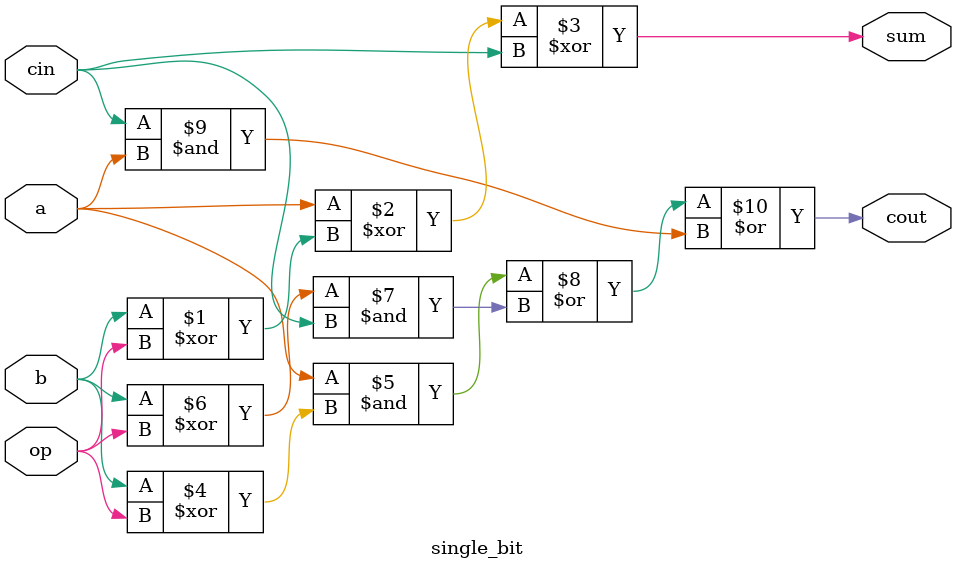
<source format=v>
`timescale 1ns / 1ps
module single_bit(a, b, cin, op, sum, cout);
	input a;
	input b;
	input cin;
	input op;
	
	output sum;
	output cout;
	
	wire sum;
	wire cout;

	assign sum = a^(b^op)^cin;
	assign cout = (a&(b^op))|((b^op)&cin)|(cin&a);
	
endmodule

</source>
